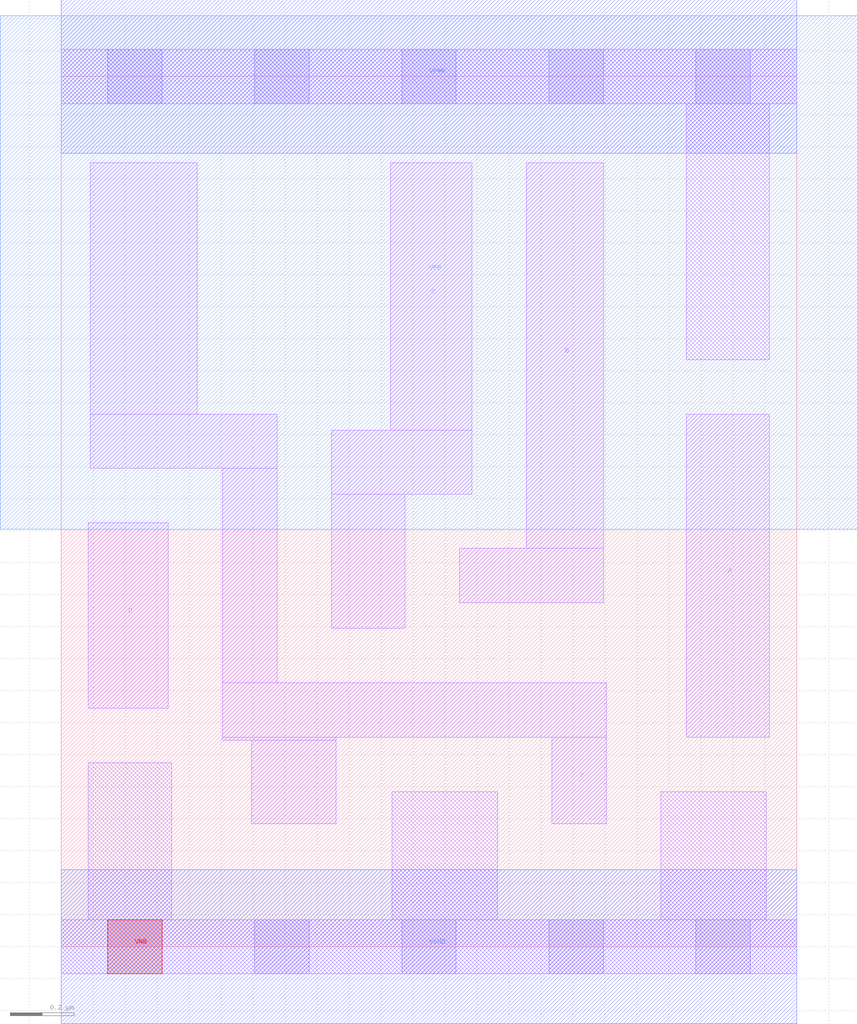
<source format=lef>
# Copyright 2020 The SkyWater PDK Authors
#
# Licensed under the Apache License, Version 2.0 (the "License");
# you may not use this file except in compliance with the License.
# You may obtain a copy of the License at
#
#     https://www.apache.org/licenses/LICENSE-2.0
#
# Unless required by applicable law or agreed to in writing, software
# distributed under the License is distributed on an "AS IS" BASIS,
# WITHOUT WARRANTIES OR CONDITIONS OF ANY KIND, either express or implied.
# See the License for the specific language governing permissions and
# limitations under the License.
#
# SPDX-License-Identifier: Apache-2.0

VERSION 5.7 ;
  NOWIREEXTENSIONATPIN ON ;
  DIVIDERCHAR "/" ;
  BUSBITCHARS "[]" ;
MACRO sky130_fd_sc_hd__nor4_1
  CLASS CORE ;
  FOREIGN sky130_fd_sc_hd__nor4_1 ;
  ORIGIN  0.000000  0.000000 ;
  SIZE  2.300000 BY  2.720000 ;
  SYMMETRY X Y R90 ;
  SITE unithd ;
  PIN A
    ANTENNAGATEAREA  0.247500 ;
    DIRECTION INPUT ;
    USE SIGNAL ;
    PORT
      LAYER li1 ;
        RECT 1.955000 0.655000 2.215000 1.665000 ;
    END
  END A
  PIN B
    ANTENNAGATEAREA  0.247500 ;
    DIRECTION INPUT ;
    USE SIGNAL ;
    PORT
      LAYER li1 ;
        RECT 1.245000 1.075000 1.695000 1.245000 ;
        RECT 1.455000 1.245000 1.695000 2.450000 ;
    END
  END B
  PIN C
    ANTENNAGATEAREA  0.247500 ;
    DIRECTION INPUT ;
    USE SIGNAL ;
    PORT
      LAYER li1 ;
        RECT 0.845000 0.995000 1.075000 1.415000 ;
        RECT 0.845000 1.415000 1.285000 1.615000 ;
        RECT 1.030000 1.615000 1.285000 2.450000 ;
    END
  END C
  PIN D
    ANTENNAGATEAREA  0.247500 ;
    DIRECTION INPUT ;
    USE SIGNAL ;
    PORT
      LAYER li1 ;
        RECT 0.085000 0.745000 0.335000 1.325000 ;
    END
  END D
  PIN Y
    ANTENNADIFFAREA  0.672750 ;
    DIRECTION OUTPUT ;
    USE SIGNAL ;
    PORT
      LAYER li1 ;
        RECT 0.090000 1.495000 0.675000 1.665000 ;
        RECT 0.090000 1.665000 0.425000 2.450000 ;
        RECT 0.505000 0.645000 0.860000 0.655000 ;
        RECT 0.505000 0.655000 1.705000 0.825000 ;
        RECT 0.505000 0.825000 0.675000 1.495000 ;
        RECT 0.595000 0.385000 0.860000 0.645000 ;
        RECT 1.535000 0.385000 1.705000 0.655000 ;
    END
  END Y
  PIN VGND
    DIRECTION INOUT ;
    SHAPE ABUTMENT ;
    USE GROUND ;
    PORT
      LAYER met1 ;
        RECT 0.000000 -0.240000 2.300000 0.240000 ;
    END
  END VGND
  PIN VNB
    DIRECTION INOUT ;
    USE GROUND ;
    PORT
      LAYER pwell ;
        RECT 0.145000 -0.085000 0.315000 0.085000 ;
    END
  END VNB
  PIN VPB
    DIRECTION INOUT ;
    USE POWER ;
    PORT
      LAYER nwell ;
        RECT -0.190000 1.305000 2.490000 2.910000 ;
    END
  END VPB
  PIN VPWR
    DIRECTION INOUT ;
    SHAPE ABUTMENT ;
    USE POWER ;
    PORT
      LAYER met1 ;
        RECT 0.000000 2.480000 2.300000 2.960000 ;
    END
  END VPWR
  OBS
    LAYER li1 ;
      RECT 0.000000 -0.085000 2.300000 0.085000 ;
      RECT 0.000000  2.635000 2.300000 2.805000 ;
      RECT 0.085000  0.085000 0.345000 0.575000 ;
      RECT 1.035000  0.085000 1.365000 0.485000 ;
      RECT 1.875000  0.085000 2.205000 0.485000 ;
      RECT 1.955000  1.835000 2.215000 2.635000 ;
    LAYER mcon ;
      RECT 0.145000 -0.085000 0.315000 0.085000 ;
      RECT 0.145000  2.635000 0.315000 2.805000 ;
      RECT 0.605000 -0.085000 0.775000 0.085000 ;
      RECT 0.605000  2.635000 0.775000 2.805000 ;
      RECT 1.065000 -0.085000 1.235000 0.085000 ;
      RECT 1.065000  2.635000 1.235000 2.805000 ;
      RECT 1.525000 -0.085000 1.695000 0.085000 ;
      RECT 1.525000  2.635000 1.695000 2.805000 ;
      RECT 1.985000 -0.085000 2.155000 0.085000 ;
      RECT 1.985000  2.635000 2.155000 2.805000 ;
  END
END sky130_fd_sc_hd__nor4_1
END LIBRARY

</source>
